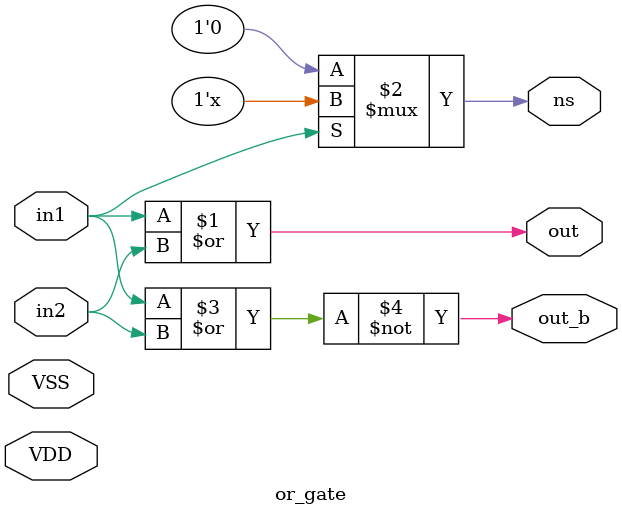
<source format=sv>


module or_gate(
    input  wire VDD,
    input  wire VSS,
    input  wire in1,
    input  wire in2,
    output wire ns,
    output wire out_b,
    output wire out
);

parameter DELAY = 1;

assign #DELAY out = in1|in2;
assign #DELAY ns = in1 ? 1'bz : 1'b0;
assign #DELAY out_b = ~(in1|in2);

endmodule

</source>
